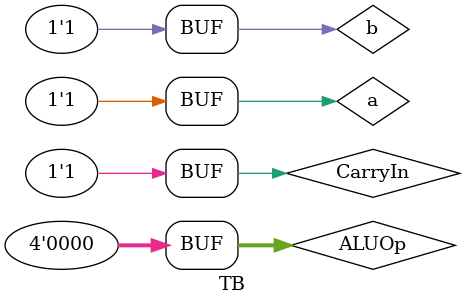
<source format=v>
module TB
();

reg a, b, CarryIn;
reg[3:0] ALUOp;
wire Result, CarryOut;


ALU_1_bit alu
(
  .a(a),
  .b(b),
  .CarryIn(CarryIn),
  .ALUOp(ALUOp),
  .Result(Result),
  .CarryOut(CarryOut)
);

initial
begin
  a = 1'b0;
  b = 1'b0;
  CarryIn = 1'b0;
  ALUOp = 4'b0000;
  #20 a = 1'b1;
  #20 b = 1'b1;
  #20 a = 1'b0;
  #20 a = 1'b1;
  #20 CarryIn = 1'b1;
  #20 a = 1'b0;
  #20 b = 1'b0;
  #20 a = 1'b1;
  #20 b = 1'b1;
end


endmodule

</source>
